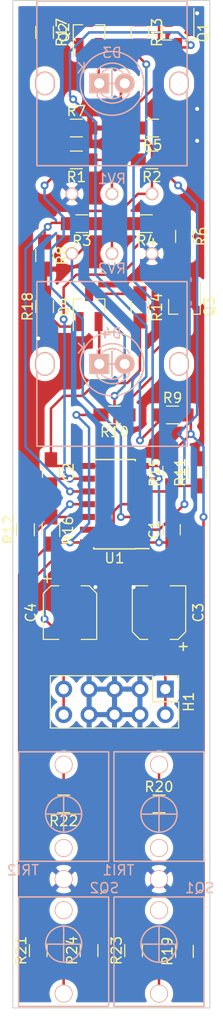
<source format=kicad_pcb>
(kicad_pcb (version 20171130) (host pcbnew "(5.1.6-0)")
  (layers (0 F.Cu signal) (31 B.Cu signal) (34 B.Paste user) (35 F.Paste user) (36 B.SilkS user) (37 F.SilkS user) (38 B.Mask user) (39 F.Mask user) (44 Edge.Cuts user))
  (net 0 "")
  (net 1 "Net-(C1-Pad1)")
  (net 2 "Net-(C1-Pad2)")
  (net 3 "Net-(C2-Pad1)")
  (net 4 "Net-(C2-Pad2)")
  (net 5 +12V)
  (net 6 "Net-(D3-Pad1)")
  (net 7 "Net-(D4-Pad1)")
  (net 8 -12V)
  (net 9 GND)
  (net 10 "Net-(Q1-Pad2)")
  (net 11 "Net-(Q1-Pad3)")
  (net 12 "Net-(Q2-Pad1)")
  (net 13 "Net-(Q2-Pad3)")
  (net 14 "Net-(Q3-Pad2)")
  (net 15 "Net-(Q3-Pad3)")
  (net 16 "Net-(Q4-Pad1)")
  (net 17 "Net-(Q4-Pad3)")
  (net 18 "Net-(R1-Pad1)")
  (net 19 "Net-(R1-Pad2)")
  (net 20 "Net-(R3-Pad1)")
  (net 21 "Net-(R3-Pad2)")
  (net 22 "Net-(R15-Pad2)")
  (net 23 "Net-(R10-Pad2)")
  (net 24 "Net-(R11-Pad1)")
  (net 25 "Net-(R12-Pad1)")
  (net 26 "Net-(R19-Pad1)")
  (net 27 "Net-(R20-Pad1)")
  (net 28 "Net-(R21-Pad1)")
  (net 29 "Net-(R22-Pad1)")
  (net 30 "Net-(SQ1-Pad2)")
  (net 31 "Net-(SQ2-Pad2)")
  (net 32 "Net-(TRI1-Pad2)")
  (net 33 "Net-(TRI2-Pad2)")
  (module Capacitors_SMD:CP_Elec_5x5.8 (layer F.Cu) (at 69.215 99.06 270)
    (fp_text reference C4 (at 0 3.92 90) (layer F.SilkS))
    (fp_text value 100u)
    (fp_text user + (at -3.38 2.35 90) (layer F.SilkS))
    (pad 1 smd rect (at -2.2 0 90) (size 3 1.6) (layers F.Cu F.Paste F.Mask) (net 9 GND))
    (pad 2 smd rect (at 2.2 0 90) (size 3 1.6) (layers F.Cu F.Paste F.Mask) (net 8 -12V))
  )
  (module Capacitors_SMD:CP_Elec_5x5.8 (layer F.Cu) (at 78.105 99.06 90)
    (fp_text reference C3 (at 0 3.92 90) (layer F.SilkS))
    (fp_text value 100u)
    (fp_text user + (at -3.38 2.35 90) (layer F.SilkS))
    (pad 1 smd rect (at -2.2 0 270) (size 3 1.6) (layers F.Cu F.Paste F.Mask) (net 5 +12V))
    (pad 2 smd rect (at 2.2 0 270) (size 3 1.6) (layers F.Cu F.Paste F.Mask) (net 9 GND))
  )
  (module Housings_SOIC:SOIC-14_3.9x8.7mm_Pitch1.27mm (layer F.Cu) (at 73.66 88.265 180)
    (fp_text reference U1 (at 0 -5.375) (layer F.SilkS))
    (fp_text value TL074)
    (pad 1 smd rect (at -2.7 -3.81 180) (size 1.5 0.6) (layers F.Cu F.Paste F.Mask) (net 1 "Net-(C1-Pad1)"))
    (pad 2 smd rect (at -2.7 -2.54 180) (size 1.5 0.6) (layers F.Cu F.Paste F.Mask) (net 2 "Net-(C1-Pad2)"))
    (pad 3 smd rect (at -2.7 -1.27 180) (size 1.5 0.6) (layers F.Cu F.Paste F.Mask) (net 19 "Net-(R1-Pad2)"))
    (pad 4 smd rect (at -2.7 0 180) (size 1.5 0.6) (layers F.Cu F.Paste F.Mask) (net 5 +12V))
    (pad 5 smd rect (at -2.7 1.27 180) (size 1.5 0.6) (layers F.Cu F.Paste F.Mask) (net 24 "Net-(R11-Pad1)"))
    (pad 6 smd rect (at -2.7 2.54 180) (size 1.5 0.6) (layers F.Cu F.Paste F.Mask) (net 1 "Net-(C1-Pad1)"))
    (pad 7 smd rect (at -2.7 3.81 180) (size 1.5 0.6) (layers F.Cu F.Paste F.Mask) (net 22 "Net-(R15-Pad2)"))
    (pad 8 smd rect (at 2.7 3.81 180) (size 1.5 0.6) (layers F.Cu F.Paste F.Mask) (net 3 "Net-(C2-Pad1)"))
    (pad 9 smd rect (at 2.7 2.54 180) (size 1.5 0.6) (layers F.Cu F.Paste F.Mask) (net 4 "Net-(C2-Pad2)"))
    (pad 10 smd rect (at 2.7 1.27 180) (size 1.5 0.6) (layers F.Cu F.Paste F.Mask) (net 21 "Net-(R3-Pad2)"))
    (pad 11 smd rect (at 2.7 0 180) (size 1.5 0.6) (layers F.Cu F.Paste F.Mask) (net 8 -12V))
    (pad 12 smd rect (at 2.7 -1.27 180) (size 1.5 0.6) (layers F.Cu F.Paste F.Mask) (net 25 "Net-(R12-Pad1)"))
    (pad 13 smd rect (at 2.7 -2.54 180) (size 1.5 0.6) (layers F.Cu F.Paste F.Mask) (net 3 "Net-(C2-Pad1)"))
    (pad 14 smd rect (at 2.7 -3.81 180) (size 1.5 0.6) (layers F.Cu F.Paste F.Mask) (net 23 "Net-(R10-Pad2)"))
  )
  (module Eurocad:PJ301M-12 (layer B.Cu) (at 68.58 119.126 180)
    (fp_text reference TRI2 (at 4.064 -5.588) (layer B.SilkS) (effects (justify mirror)))
    (fp_text value PJ301M-12)
    (pad 3 thru_hole circle (at 0 4.92 180) (size 1.8 1.8) (drill 1.6) (layers *.Cu *.Mask B.SilkS) (net 29 "Net-(R22-Pad1)"))
    (pad 1 thru_hole circle (at 0 -6.48 180) (size 1.8 1.8) (drill 1.6) (layers *.Cu *.Mask B.SilkS) (net 9 GND))
    (pad 2 thru_hole circle (at 0 -3.38 180) (size 1.8 1.8) (drill 1.6) (layers *.Cu *.Mask B.SilkS) (net 33 "Net-(TRI2-Pad2)"))
  )
  (module Eurocad:PJ301M-12 (layer B.Cu) (at 78.105 119.126 180)
    (fp_text reference TRI1 (at 4.064 -5.588) (layer B.SilkS) (effects (justify mirror)))
    (fp_text value PJ301M-12)
    (pad 3 thru_hole circle (at 0 4.92 180) (size 1.8 1.8) (drill 1.6) (layers *.Cu *.Mask B.SilkS) (net 27 "Net-(R20-Pad1)"))
    (pad 1 thru_hole circle (at 0 -6.48 180) (size 1.8 1.8) (drill 1.6) (layers *.Cu *.Mask B.SilkS) (net 9 GND))
    (pad 2 thru_hole circle (at 0 -3.38 180) (size 1.8 1.8) (drill 1.6) (layers *.Cu *.Mask B.SilkS) (net 32 "Net-(TRI1-Pad2)"))
  )
  (module Eurocad:PJ301M-12 (layer B.Cu) (at 68.58 132.08)
    (fp_text reference SQ2 (at 4.064 -5.588) (layer B.SilkS) (effects (justify mirror)))
    (fp_text value PJ301M-12)
    (pad 3 thru_hole circle (at 0 4.92) (size 1.8 1.8) (drill 1.6) (layers *.Cu *.Mask B.SilkS) (net 28 "Net-(R21-Pad1)"))
    (pad 1 thru_hole circle (at 0 -6.48) (size 1.8 1.8) (drill 1.6) (layers *.Cu *.Mask B.SilkS) (net 9 GND))
    (pad 2 thru_hole circle (at 0 -3.38) (size 1.8 1.8) (drill 1.6) (layers *.Cu *.Mask B.SilkS) (net 31 "Net-(SQ2-Pad2)"))
  )
  (module Eurocad:PJ301M-12 (layer B.Cu) (at 78.105 132.08)
    (fp_text reference SQ1 (at 4.064 -5.588) (layer B.SilkS) (effects (justify mirror)))
    (fp_text value PJ301M-12)
    (pad 3 thru_hole circle (at 0 4.92) (size 1.8 1.8) (drill 1.6) (layers *.Cu *.Mask B.SilkS) (net 26 "Net-(R19-Pad1)"))
    (pad 1 thru_hole circle (at 0 -6.48) (size 1.8 1.8) (drill 1.6) (layers *.Cu *.Mask B.SilkS) (net 9 GND))
    (pad 2 thru_hole circle (at 0 -3.38) (size 1.8 1.8) (drill 1.6) (layers *.Cu *.Mask B.SilkS) (net 30 "Net-(SQ1-Pad2)"))
  )
  (module Eurocad:Alpha14mmPot (layer B.Cu) (at 73.406 74.295)
    (fp_text reference RV2 (at 0 -9.5) (layer B.SilkS) (effects (justify mirror)))
    (fp_text value 100K)
    (pad "" thru_hole oval (at 6.7 0) (size 2 2.4) (drill oval 1.7 2.1) (layers *.Cu *.Mask B.SilkS))
    (pad "" thru_hole oval (at -6.7 0 180) (size 2 2.4) (drill oval 1.7 2.1) (layers *.Cu *.Mask B.SilkS))
    (pad 3 thru_hole circle (at 4 -11) (size 1.3 1.3) (drill 1) (layers *.Cu *.Mask B.SilkS) (net 9 GND))
    (pad 2 thru_hole circle (at 0 -11) (size 1.3 1.3) (drill 1) (layers *.Cu *.Mask B.SilkS) (net 20 "Net-(R3-Pad1)"))
    (pad 1 thru_hole circle (at -4 -11) (size 1.3 1.3) (drill 1) (layers *.Cu *.Mask B.SilkS) (net 5 +12V))
  )
  (module Eurocad:Alpha14mmPot (layer B.Cu) (at 73.406 46.355 180)
    (fp_text reference RV1 (at 0 -9.5) (layer B.SilkS) (effects (justify mirror)))
    (fp_text value 100K)
    (pad "" thru_hole oval (at 6.7 0 180) (size 2 2.4) (drill oval 1.7 2.1) (layers *.Cu *.Mask B.SilkS))
    (pad "" thru_hole oval (at -6.7 0) (size 2 2.4) (drill oval 1.7 2.1) (layers *.Cu *.Mask B.SilkS))
    (pad 3 thru_hole circle (at 4 -11 180) (size 1.3 1.3) (drill 1) (layers *.Cu *.Mask B.SilkS) (net 9 GND))
    (pad 2 thru_hole circle (at 0 -11 180) (size 1.3 1.3) (drill 1) (layers *.Cu *.Mask B.SilkS) (net 18 "Net-(R1-Pad1)"))
    (pad 1 thru_hole circle (at -4 -11 180) (size 1.3 1.3) (drill 1) (layers *.Cu *.Mask B.SilkS) (net 5 +12V))
  )
  (module Resistors_SMD:R_0805_HandSoldering (layer F.Cu) (at 71.12 132.715 90)
    (fp_text reference R24 (at 0 -1.7 90) (layer F.SilkS))
    (fp_text value 100K)
    (pad 1 smd rect (at -1.35 0 90) (size 1.5 1.3) (layers F.Cu F.Paste F.Mask) (net 28 "Net-(R21-Pad1)"))
    (pad 2 smd rect (at 1.35 0 90) (size 1.5 1.3) (layers F.Cu F.Paste F.Mask) (net 9 GND))
  )
  (module Resistors_SMD:R_0805_HandSoldering (layer F.Cu) (at 75.565 132.715 90)
    (fp_text reference R23 (at 0 -1.7 90) (layer F.SilkS))
    (fp_text value 100K)
    (pad 1 smd rect (at -1.35 0 90) (size 1.5 1.3) (layers F.Cu F.Paste F.Mask) (net 26 "Net-(R19-Pad1)"))
    (pad 2 smd rect (at 1.35 0 90) (size 1.5 1.3) (layers F.Cu F.Paste F.Mask) (net 9 GND))
  )
  (module Resistors_SMD:R_0805_HandSoldering (layer F.Cu) (at 68.58 118.11 180)
    (fp_text reference R22 (at 0 -1.7) (layer F.SilkS))
    (fp_text value 1K)
    (pad 1 smd rect (at -1.35 0 180) (size 1.5 1.3) (layers F.Cu F.Paste F.Mask) (net 29 "Net-(R22-Pad1)"))
    (pad 2 smd rect (at 1.35 0 180) (size 1.5 1.3) (layers F.Cu F.Paste F.Mask) (net 3 "Net-(C2-Pad1)"))
  )
  (module Resistors_SMD:R_0805_HandSoldering (layer F.Cu) (at 66.04 132.715 90)
    (fp_text reference R21 (at 0 -1.7 90) (layer F.SilkS))
    (fp_text value 100K)
    (pad 1 smd rect (at -1.35 0 90) (size 1.5 1.3) (layers F.Cu F.Paste F.Mask) (net 28 "Net-(R21-Pad1)"))
    (pad 2 smd rect (at 1.35 0 90) (size 1.5 1.3) (layers F.Cu F.Paste F.Mask) (net 23 "Net-(R10-Pad2)"))
  )
  (module Resistors_SMD:R_0805_HandSoldering (layer F.Cu) (at 78.105 118.11)
    (fp_text reference R20 (at 0 -1.7) (layer F.SilkS))
    (fp_text value 1K)
    (pad 1 smd rect (at -1.35 0) (size 1.5 1.3) (layers F.Cu F.Paste F.Mask) (net 27 "Net-(R20-Pad1)"))
    (pad 2 smd rect (at 1.35 0) (size 1.5 1.3) (layers F.Cu F.Paste F.Mask) (net 1 "Net-(C1-Pad1)"))
  )
  (module Resistors_SMD:R_0805_HandSoldering (layer F.Cu) (at 80.645 132.795 90)
    (fp_text reference R19 (at 0 -1.7 90) (layer F.SilkS))
    (fp_text value 100K)
    (pad 1 smd rect (at -1.35 0 90) (size 1.5 1.3) (layers F.Cu F.Paste F.Mask) (net 26 "Net-(R19-Pad1)"))
    (pad 2 smd rect (at 1.35 0 90) (size 1.5 1.3) (layers F.Cu F.Paste F.Mask) (net 22 "Net-(R15-Pad2)"))
  )
  (module Resistors_SMD:R_0805_HandSoldering (layer F.Cu) (at 66.675 68.58 90)
    (fp_text reference R18 (at 0 -1.7 90) (layer F.SilkS))
    (fp_text value 1K)
    (pad 1 smd rect (at -1.35 0 90) (size 1.5 1.3) (layers F.Cu F.Paste F.Mask) (net 16 "Net-(Q4-Pad1)"))
    (pad 2 smd rect (at 1.35 0 90) (size 1.5 1.3) (layers F.Cu F.Paste F.Mask) (net 9 GND))
  )
  (module Resistors_SMD:R_0805_HandSoldering (layer F.Cu) (at 66.675 41.275 270)
    (fp_text reference R17 (at 0 -1.7 90) (layer F.SilkS))
    (fp_text value 1K)
    (pad 1 smd rect (at -1.35 0 270) (size 1.5 1.3) (layers F.Cu F.Paste F.Mask) (net 12 "Net-(Q2-Pad1)"))
    (pad 2 smd rect (at 1.35 0 270) (size 1.5 1.3) (layers F.Cu F.Paste F.Mask) (net 9 GND))
  )
  (module Resistors_SMD:R_0805_HandSoldering (layer F.Cu) (at 67.31 90.885 270)
    (fp_text reference R16 (at 0 -1.7 90) (layer F.SilkS))
    (fp_text value 47K)
    (pad 1 smd rect (at -1.35 0 270) (size 1.5 1.3) (layers F.Cu F.Paste F.Mask) (net 25 "Net-(R12-Pad1)"))
    (pad 2 smd rect (at 1.35 0 270) (size 1.5 1.3) (layers F.Cu F.Paste F.Mask) (net 23 "Net-(R10-Pad2)"))
  )
  (module Resistors_SMD:R_0805_HandSoldering (layer F.Cu) (at 79.375 85.09 90)
    (fp_text reference R15 (at 0 -1.7 90) (layer F.SilkS))
    (fp_text value 47K)
    (pad 1 smd rect (at -1.35 0 90) (size 1.5 1.3) (layers F.Cu F.Paste F.Mask) (net 24 "Net-(R11-Pad1)"))
    (pad 2 smd rect (at 1.35 0 90) (size 1.5 1.3) (layers F.Cu F.Paste F.Mask) (net 22 "Net-(R15-Pad2)"))
  )
  (module Resistors_SMD:R_0805_HandSoldering (layer F.Cu) (at 76.2 68.66 270)
    (fp_text reference R14 (at 0 -1.7 90) (layer F.SilkS))
    (fp_text value 10K)
    (pad 1 smd rect (at -1.35 0 270) (size 1.5 1.3) (layers F.Cu F.Paste F.Mask) (net 17 "Net-(Q4-Pad3)"))
    (pad 2 smd rect (at 1.35 0 270) (size 1.5 1.3) (layers F.Cu F.Paste F.Mask) (net 3 "Net-(C2-Pad1)"))
  )
  (module Resistors_SMD:R_0805_HandSoldering (layer F.Cu) (at 76.2 41.275 270)
    (fp_text reference R13 (at 0 -1.7 90) (layer F.SilkS))
    (fp_text value 10K)
    (pad 1 smd rect (at -1.35 0 270) (size 1.5 1.3) (layers F.Cu F.Paste F.Mask) (net 13 "Net-(Q2-Pad3)"))
    (pad 2 smd rect (at 1.35 0 270) (size 1.5 1.3) (layers F.Cu F.Paste F.Mask) (net 1 "Net-(C1-Pad1)"))
  )
  (module Resistors_SMD:R_0805_HandSoldering (layer F.Cu) (at 64.77 90.805 90)
    (fp_text reference R12 (at 0 -1.7 90) (layer F.SilkS))
    (fp_text value 47K)
    (pad 1 smd rect (at -1.35 0 90) (size 1.5 1.3) (layers F.Cu F.Paste F.Mask) (net 25 "Net-(R12-Pad1)"))
    (pad 2 smd rect (at 1.35 0 90) (size 1.5 1.3) (layers F.Cu F.Paste F.Mask) (net 9 GND))
  )
  (module Resistors_SMD:R_0805_HandSoldering (layer F.Cu) (at 81.915 85.09 90)
    (fp_text reference R11 (at 0 -1.7 90) (layer F.SilkS))
    (fp_text value 47K)
    (pad 1 smd rect (at -1.35 0 90) (size 1.5 1.3) (layers F.Cu F.Paste F.Mask) (net 24 "Net-(R11-Pad1)"))
    (pad 2 smd rect (at 1.35 0 90) (size 1.5 1.3) (layers F.Cu F.Paste F.Mask) (net 9 GND))
  )
  (module Resistors_SMD:R_0805_HandSoldering (layer F.Cu) (at 73.66 79.375 180)
    (fp_text reference R10 (at 0 -1.7) (layer F.SilkS))
    (fp_text value 10K)
    (pad 1 smd rect (at -1.35 0 180) (size 1.5 1.3) (layers F.Cu F.Paste F.Mask) (net 15 "Net-(Q3-Pad3)"))
    (pad 2 smd rect (at 1.35 0 180) (size 1.5 1.3) (layers F.Cu F.Paste F.Mask) (net 23 "Net-(R10-Pad2)"))
  )
  (module Resistors_SMD:R_0805_HandSoldering (layer F.Cu) (at 79.455 79.375)
    (fp_text reference R9 (at 0 -1.7) (layer F.SilkS))
    (fp_text value 10K)
    (pad 1 smd rect (at -1.35 0) (size 1.5 1.3) (layers F.Cu F.Paste F.Mask) (net 11 "Net-(Q1-Pad3)"))
    (pad 2 smd rect (at 1.35 0) (size 1.5 1.3) (layers F.Cu F.Paste F.Mask) (net 22 "Net-(R15-Pad2)"))
  )
  (module Resistors_SMD:R_0805_HandSoldering (layer F.Cu) (at 66.675 63.5 270)
    (fp_text reference R8 (at 0 -1.7 90) (layer F.SilkS))
    (fp_text value 47K)
    (pad 1 smd rect (at -1.35 0 270) (size 1.5 1.3) (layers F.Cu F.Paste F.Mask) (net 21 "Net-(R3-Pad2)"))
    (pad 2 smd rect (at 1.35 0 270) (size 1.5 1.3) (layers F.Cu F.Paste F.Mask) (net 9 GND))
  )
  (module Resistors_SMD:R_0805_HandSoldering (layer F.Cu) (at 69.85 50.8)
    (fp_text reference R7 (at 0 -1.7) (layer F.SilkS))
    (fp_text value 47K)
    (pad 1 smd rect (at -1.35 0) (size 1.5 1.3) (layers F.Cu F.Paste F.Mask) (net 19 "Net-(R1-Pad2)"))
    (pad 2 smd rect (at 1.35 0) (size 1.5 1.3) (layers F.Cu F.Paste F.Mask) (net 9 GND))
  )
  (module Resistors_SMD:R_0805_HandSoldering (layer F.Cu) (at 80.645 61.595 270)
    (fp_text reference R6 (at 0 -1.7 90) (layer F.SilkS))
    (fp_text value 47K)
    (pad 1 smd rect (at -1.35 0 270) (size 1.5 1.3) (layers F.Cu F.Paste F.Mask) (net 4 "Net-(C2-Pad2)"))
    (pad 2 smd rect (at 1.35 0 270) (size 1.5 1.3) (layers F.Cu F.Paste F.Mask) (net 14 "Net-(Q3-Pad2)"))
  )
  (module Resistors_SMD:R_0805_HandSoldering (layer F.Cu) (at 77.47 50.8 180)
    (fp_text reference R5 (at 0 -1.7) (layer F.SilkS))
    (fp_text value 47K)
    (pad 1 smd rect (at -1.35 0 180) (size 1.5 1.3) (layers F.Cu F.Paste F.Mask) (net 2 "Net-(C1-Pad2)"))
    (pad 2 smd rect (at 1.35 0 180) (size 1.5 1.3) (layers F.Cu F.Paste F.Mask) (net 10 "Net-(Q1-Pad2)"))
  )
  (module Resistors_SMD:R_0805_HandSoldering (layer F.Cu) (at 76.835 60.325 180)
    (fp_text reference R4 (at 0 -1.7) (layer F.SilkS))
    (fp_text value 100K)
    (pad 1 smd rect (at -1.35 0 180) (size 1.5 1.3) (layers F.Cu F.Paste F.Mask) (net 4 "Net-(C2-Pad2)"))
    (pad 2 smd rect (at 1.35 0 180) (size 1.5 1.3) (layers F.Cu F.Paste F.Mask) (net 20 "Net-(R3-Pad1)"))
  )
  (module Resistors_SMD:R_0805_HandSoldering (layer F.Cu) (at 70.405 60.325 180)
    (fp_text reference R3 (at 0 -1.7) (layer F.SilkS))
    (fp_text value 47K)
    (pad 1 smd rect (at -1.35 0 180) (size 1.5 1.3) (layers F.Cu F.Paste F.Mask) (net 20 "Net-(R3-Pad1)"))
    (pad 2 smd rect (at 1.35 0 180) (size 1.5 1.3) (layers F.Cu F.Paste F.Mask) (net 21 "Net-(R3-Pad2)"))
  )
  (module Resistors_SMD:R_0805_HandSoldering (layer F.Cu) (at 77.39 53.975 180)
    (fp_text reference R2 (at 0 -1.7) (layer F.SilkS))
    (fp_text value 100K)
    (pad 1 smd rect (at -1.35 0 180) (size 1.5 1.3) (layers F.Cu F.Paste F.Mask) (net 2 "Net-(C1-Pad2)"))
    (pad 2 smd rect (at 1.35 0 180) (size 1.5 1.3) (layers F.Cu F.Paste F.Mask) (net 18 "Net-(R1-Pad1)"))
  )
  (module Resistors_SMD:R_0805_HandSoldering (layer F.Cu) (at 69.85 53.975 180)
    (fp_text reference R1 (at 0 -1.7) (layer F.SilkS))
    (fp_text value 47K)
    (pad 1 smd rect (at -1.35 0 180) (size 1.5 1.3) (layers F.Cu F.Paste F.Mask) (net 18 "Net-(R1-Pad1)"))
    (pad 2 smd rect (at 1.35 0 180) (size 1.5 1.3) (layers F.Cu F.Paste F.Mask) (net 19 "Net-(R1-Pad2)"))
  )
  (module TO_SOT_Packages_SMD:SOT-23_Handsoldering (layer F.Cu) (at 71.12 68.58 90)
    (fp_text reference Q4 (at 0 -2.5 90) (layer F.SilkS))
    (fp_text value 2N3904)
    (pad 1 smd rect (at -1.5 -0.95 90) (size 1.9 0.8) (layers F.Cu F.Paste F.Mask) (net 16 "Net-(Q4-Pad1)"))
    (pad 2 smd rect (at -1.5 0.95 90) (size 1.9 0.8) (layers F.Cu F.Paste F.Mask) (net 7 "Net-(D4-Pad1)"))
    (pad 3 smd rect (at 1.5 0 90) (size 1.9 0.8) (layers F.Cu F.Paste F.Mask) (net 17 "Net-(Q4-Pad3)"))
  )
  (module TO_SOT_Packages_SMD:SOT-23_Handsoldering (layer F.Cu) (at 80.645 68.58 270)
    (fp_text reference Q3 (at 0 -2.5 90) (layer F.SilkS))
    (fp_text value 2N3904)
    (pad 1 smd rect (at -1.5 -0.95 270) (size 1.9 0.8) (layers F.Cu F.Paste F.Mask) (net 9 GND))
    (pad 2 smd rect (at -1.5 0.95 270) (size 1.9 0.8) (layers F.Cu F.Paste F.Mask) (net 14 "Net-(Q3-Pad2)"))
    (pad 3 smd rect (at 1.5 0 270) (size 1.9 0.8) (layers F.Cu F.Paste F.Mask) (net 15 "Net-(Q3-Pad3)"))
  )
  (module TO_SOT_Packages_SMD:SOT-23_Handsoldering (layer F.Cu) (at 71.12 41.275 90)
    (fp_text reference Q2 (at 0 -2.5 90) (layer F.SilkS))
    (fp_text value 2N3904)
    (pad 1 smd rect (at -1.5 -0.95 90) (size 1.9 0.8) (layers F.Cu F.Paste F.Mask) (net 12 "Net-(Q2-Pad1)"))
    (pad 2 smd rect (at -1.5 0.95 90) (size 1.9 0.8) (layers F.Cu F.Paste F.Mask) (net 6 "Net-(D3-Pad1)"))
    (pad 3 smd rect (at 1.5 0 90) (size 1.9 0.8) (layers F.Cu F.Paste F.Mask) (net 13 "Net-(Q2-Pad3)"))
  )
  (module TO_SOT_Packages_SMD:SOT-23_Handsoldering (layer F.Cu) (at 80.01 41.275 270)
    (fp_text reference Q1 (at 0 -2.5 90) (layer F.SilkS))
    (fp_text value 2N3904)
    (pad 1 smd rect (at -1.5 -0.95 270) (size 1.9 0.8) (layers F.Cu F.Paste F.Mask) (net 9 GND))
    (pad 2 smd rect (at -1.5 0.95 270) (size 1.9 0.8) (layers F.Cu F.Paste F.Mask) (net 10 "Net-(Q1-Pad2)"))
    (pad 3 smd rect (at 1.5 0 270) (size 1.9 0.8) (layers F.Cu F.Paste F.Mask) (net 11 "Net-(Q1-Pad3)"))
  )
  (module Pin_Headers:Pin_Header_Straight_2x05_Pitch2.54mm (layer F.Cu) (at 78.74 106.68 270)
    (fp_text reference H1 (at 1.27 -2.33 90) (layer F.SilkS))
    (fp_text value PIN_HEADER_2x5)
    (pad 1 thru_hole rect (at 0 0 270) (size 1.7 1.7) (drill 1) (layers *.Cu *.Mask) (net 5 +12V))
    (pad 2 thru_hole oval (at 2.54 0 270) (size 1.7 1.7) (drill 1) (layers *.Cu *.Mask) (net 5 +12V))
    (pad 3 thru_hole oval (at 0 2.54 270) (size 1.7 1.7) (drill 1) (layers *.Cu *.Mask) (net 9 GND))
    (pad 4 thru_hole oval (at 2.54 2.54 270) (size 1.7 1.7) (drill 1) (layers *.Cu *.Mask) (net 9 GND))
    (pad 5 thru_hole oval (at 0 5.08 270) (size 1.7 1.7) (drill 1) (layers *.Cu *.Mask) (net 9 GND))
    (pad 6 thru_hole oval (at 2.54 5.08 270) (size 1.7 1.7) (drill 1) (layers *.Cu *.Mask) (net 9 GND))
    (pad 7 thru_hole oval (at 0 7.62 270) (size 1.7 1.7) (drill 1) (layers *.Cu *.Mask) (net 9 GND))
    (pad 8 thru_hole oval (at 2.54 7.62 270) (size 1.7 1.7) (drill 1) (layers *.Cu *.Mask) (net 9 GND))
    (pad 9 thru_hole oval (at 0 10.16 270) (size 1.7 1.7) (drill 1) (layers *.Cu *.Mask) (net 8 -12V))
    (pad 10 thru_hole oval (at 2.54 10.16 270) (size 1.7 1.7) (drill 1) (layers *.Cu *.Mask) (net 8 -12V))
  )
  (module Eurocad:LED3mm (layer B.Cu) (at 73.406 74.295)
    (fp_text reference D4 (at 0 -3.048) (layer B.SilkS) (effects (justify mirror)))
    (fp_text value LED)
    (fp_text user K (at -3.048 -1.524) (layer B.SilkS) (effects (justify mirror)))
    (pad 2 thru_hole circle (at 1.27 0) (size 2 2) (drill 1.00076) (layers *.Cu *.Mask B.SilkS) (net 5 +12V))
    (pad 1 thru_hole rect (at -1.27 0 270) (size 2 2) (drill 1.00076) (layers *.Cu *.Mask B.SilkS) (net 7 "Net-(D4-Pad1)"))
  )
  (module Eurocad:LED3mm (layer B.Cu) (at 73.406 46.355)
    (fp_text reference D3 (at 0 -3.048) (layer B.SilkS) (effects (justify mirror)))
    (fp_text value LED)
    (fp_text user K (at -3.048 -1.524) (layer B.SilkS) (effects (justify mirror)))
    (pad 2 thru_hole circle (at 1.27 0) (size 2 2) (drill 1.00076) (layers *.Cu *.Mask B.SilkS) (net 5 +12V))
    (pad 1 thru_hole rect (at -1.27 0 270) (size 2 2) (drill 1.00076) (layers *.Cu *.Mask B.SilkS) (net 6 "Net-(D3-Pad1)"))
  )
  (module Capacitors_SMD:C_0805_HandSoldering (layer F.Cu) (at 67.31 85.09 270)
    (fp_text reference C2 (at 0 -1.75 90) (layer F.SilkS))
    (fp_text value 470n)
    (pad 1 smd rect (at -1.25 0 270) (size 1.5 1.25) (layers F.Cu F.Paste F.Mask) (net 3 "Net-(C2-Pad1)"))
    (pad 2 smd rect (at 1.25 0 270) (size 1.5 1.25) (layers F.Cu F.Paste F.Mask) (net 4 "Net-(C2-Pad2)"))
  )
  (module Capacitors_SMD:C_0805_HandSoldering (layer F.Cu) (at 79.375 90.805 90)
    (fp_text reference C1 (at 0 -1.75 90) (layer F.SilkS))
    (fp_text value 100n)
    (pad 1 smd rect (at -1.25 0 90) (size 1.5 1.25) (layers F.Cu F.Paste F.Mask) (net 1 "Net-(C1-Pad1)"))
    (pad 2 smd rect (at 1.25 0 90) (size 1.5 1.25) (layers F.Cu F.Paste F.Mask) (net 2 "Net-(C1-Pad2)"))
  )
  (gr_line (start 63.5 138.43) (end 63.5 38.1) (layer Edge.Cuts) (width 0.1))
  (gr_line (start 83.185 138.43) (end 63.5 138.43) (layer Edge.Cuts) (width 0.1))
  (gr_line (start 83.185 38.1) (end 83.185 138.43) (layer Edge.Cuts) (width 0.1))
  (gr_line (start 63.5 38.1) (end 83.185 38.1) (layer Edge.Cuts) (width 0.1))
  (segment (start 79.355 92.075) (end 79.375 92.055) (width 0.25) (layer F.Cu) (net 1))
  (segment (start 76.36 92.075) (end 78.105 92.075) (width 0.25) (layer F.Cu) (net 1))
  (segment (start 81.28 116.285) (end 79.455 118.11) (width 0.25) (layer F.Cu) (net 1))
  (segment (start 81.28 93.96) (end 81.28 116.285) (width 0.25) (layer F.Cu) (net 1))
  (segment (start 79.375 92.055) (end 81.28 93.96) (width 0.25) (layer F.Cu) (net 1))
  (segment (start 76.2 42.625) (end 76.2 43.815) (width 0.25) (layer F.Cu) (net 1))
  (segment (start 76.2 43.815) (end 76.835 44.45) (width 0.25) (layer F.Cu) (net 1))
  (segment (start 76.835 44.45) (end 76.835 44.45) (width 0.25) (layer F.Cu) (net 1))
  (via (at 76.835 44.45) (size 0.8) (drill 0.4) (layers F.Cu B.Cu) (net 1))
  (segment (start 78.105 92.075) (end 79.355 92.075) (width 0.25) (layer F.Cu) (net 1))
  (via (at 78.105 92.075) (size 0.8) (drill 0.4) (layers F.Cu B.Cu) (net 1))
  (segment (start 78.105 92.075) (end 78.105 85.725) (width 0.25) (layer B.Cu) (net 1))
  (segment (start 75.565 66.04) (end 75.565 54.61) (width 0.25) (layer B.Cu) (net 1))
  (segment (start 76.835 53.34) (end 76.835 44.45) (width 0.25) (layer B.Cu) (net 1))
  (segment (start 75.565 54.61) (end 76.835 53.34) (width 0.25) (layer B.Cu) (net 1))
  (segment (start 76.36 85.725) (end 77.47 85.725) (width 0.25) (layer F.Cu) (net 1))
  (via (at 78.105 85.725) (size 0.8) (drill 0.4) (layers F.Cu B.Cu) (net 1))
  (segment (start 77.47 85.725) (end 78.105 85.725) (width 0.25) (layer F.Cu) (net 1))
  (segment (start 78.105 85.725) (end 77.47 85.09) (width 0.25) (layer B.Cu) (net 1))
  (segment (start 77.47 85.09) (end 77.47 67.945) (width 0.25) (layer B.Cu) (net 1))
  (segment (start 77.47 67.945) (end 75.565 66.04) (width 0.25) (layer B.Cu) (net 1))
  (segment (start 78.125 90.805) (end 79.375 89.555) (width 0.25) (layer F.Cu) (net 2))
  (segment (start 76.36 90.805) (end 78.125 90.805) (width 0.25) (layer F.Cu) (net 2))
  (segment (start 78.74 50.88) (end 78.82 50.8) (width 0.25) (layer F.Cu) (net 2))
  (segment (start 78.74 53.975) (end 78.74 50.88) (width 0.25) (layer F.Cu) (net 2))
  (segment (start 79.375 89.555) (end 79.375 89.535) (width 0.25) (layer F.Cu) (net 2))
  (segment (start 79.375 89.535) (end 80.645 88.265) (width 0.25) (layer F.Cu) (net 2))
  (segment (start 80.645 88.265) (end 80.645 88.265) (width 0.25) (layer F.Cu) (net 2))
  (via (at 80.645 88.265) (size 0.8) (drill 0.4) (layers F.Cu B.Cu) (net 2))
  (segment (start 78.74 53.975) (end 78.74 55.245) (width 0.25) (layer F.Cu) (net 2))
  (segment (start 78.74 55.245) (end 80.01 56.515) (width 0.25) (layer F.Cu) (net 2))
  (segment (start 80.01 56.515) (end 80.01 56.515) (width 0.25) (layer F.Cu) (net 2))
  (via (at 80.01 56.515) (size 0.8) (drill 0.4) (layers F.Cu B.Cu) (net 2))
  (segment (start 81.915 79.375) (end 81.915 58.42) (width 0.25) (layer B.Cu) (net 2))
  (segment (start 80.01 81.28) (end 81.915 79.375) (width 0.25) (layer B.Cu) (net 2))
  (segment (start 81.915 58.42) (end 80.01 56.515) (width 0.25) (layer B.Cu) (net 2))
  (segment (start 80.645 81.915) (end 80.01 81.28) (width 0.25) (layer B.Cu) (net 2))
  (segment (start 80.645 88.265) (end 80.645 81.915) (width 0.25) (layer B.Cu) (net 2))
  (segment (start 71.96 90.805) (end 70.96 90.805) (width 0.25) (layer F.Cu) (net 3))
  (segment (start 73.025 91.87) (end 71.96 90.805) (width 0.25) (layer F.Cu) (net 3))
  (segment (start 73.025 92.71) (end 73.025 91.87) (width 0.25) (layer F.Cu) (net 3))
  (segment (start 71.755 93.98) (end 73.025 92.71) (width 0.25) (layer F.Cu) (net 3))
  (segment (start 67.31 93.98) (end 71.755 93.98) (width 0.25) (layer F.Cu) (net 3))
  (segment (start 65.405 95.885) (end 67.31 93.98) (width 0.25) (layer F.Cu) (net 3))
  (segment (start 67.925 84.455) (end 67.31 83.84) (width 0.25) (layer F.Cu) (net 3))
  (segment (start 70.96 84.455) (end 67.925 84.455) (width 0.25) (layer F.Cu) (net 3))
  (segment (start 65.405 116.285) (end 67.23 118.11) (width 0.25) (layer F.Cu) (net 3))
  (segment (start 65.405 95.885) (end 65.405 116.285) (width 0.25) (layer F.Cu) (net 3))
  (segment (start 73.025 84.455) (end 71.755 84.455) (width 0.25) (layer F.Cu) (net 3))
  (segment (start 71.755 84.455) (end 70.96 84.455) (width 0.25) (layer F.Cu) (net 3))
  (segment (start 73.025 89.74) (end 73.025 84.455) (width 0.25) (layer F.Cu) (net 3))
  (segment (start 71.96 90.805) (end 73.025 89.74) (width 0.25) (layer F.Cu) (net 3))
  (segment (start 68.58 77.47) (end 67.31 78.74) (width 0.25) (layer F.Cu) (net 3))
  (segment (start 67.31 78.74) (end 67.31 83.84) (width 0.25) (layer F.Cu) (net 3))
  (segment (start 71.755 76.2) (end 70.485 77.47) (width 0.25) (layer F.Cu) (net 3))
  (segment (start 74.93 76.2) (end 71.755 76.2) (width 0.25) (layer F.Cu) (net 3))
  (segment (start 76.2 74.93) (end 74.93 76.2) (width 0.25) (layer F.Cu) (net 3))
  (segment (start 76.2 70.01) (end 76.2 74.93) (width 0.25) (layer F.Cu) (net 3))
  (segment (start 70.485 77.47) (end 68.58 77.47) (width 0.25) (layer F.Cu) (net 3))
  (segment (start 67.925 85.725) (end 67.31 86.34) (width 0.25) (layer F.Cu) (net 4))
  (segment (start 70.96 85.725) (end 69.215 85.725) (width 0.25) (layer F.Cu) (net 4))
  (segment (start 78.9 60.245) (end 78.82 60.325) (width 0.25) (layer F.Cu) (net 4))
  (segment (start 80.565 60.325) (end 80.645 60.245) (width 0.25) (layer F.Cu) (net 4))
  (segment (start 78.185 60.325) (end 80.565 60.325) (width 0.25) (layer F.Cu) (net 4))
  (segment (start 69.215 85.725) (end 67.925 85.725) (width 0.25) (layer F.Cu) (net 4))
  (via (at 69.215 85.725) (size 0.8) (drill 0.4) (layers F.Cu B.Cu) (net 4))
  (segment (start 78.185 60.325) (end 78.105 60.325) (width 0.25) (layer F.Cu) (net 4))
  (segment (start 78.105 60.325) (end 76.835 61.595) (width 0.25) (layer F.Cu) (net 4))
  (segment (start 76.835 61.595) (end 75.565 62.865) (width 0.25) (layer F.Cu) (net 4))
  (segment (start 75.565 62.865) (end 75.565 64.135) (width 0.25) (layer F.Cu) (net 4))
  (segment (start 75.565 64.135) (end 74.295 65.405) (width 0.25) (layer F.Cu) (net 4))
  (segment (start 74.295 65.405) (end 69.85 65.405) (width 0.25) (layer F.Cu) (net 4))
  (segment (start 69.85 65.405) (end 69.215 66.04) (width 0.25) (layer F.Cu) (net 4))
  (segment (start 69.215 66.04) (end 68.58 66.675) (width 0.25) (layer F.Cu) (net 4))
  (segment (start 68.58 66.675) (end 68.58 67.310002) (width 0.25) (layer F.Cu) (net 4))
  (segment (start 68.58 67.310002) (end 68.58 69.85) (width 0.25) (layer F.Cu) (net 4))
  (segment (start 68.58 69.85) (end 68.58 69.85) (width 0.25) (layer F.Cu) (net 4))
  (via (at 68.58 69.85) (size 0.8) (drill 0.4) (layers F.Cu B.Cu) (net 4))
  (segment (start 68.670001 85.180001) (end 69.215 85.725) (width 0.25) (layer B.Cu) (net 4))
  (segment (start 68.670001 69.940001) (end 68.670001 85.180001) (width 0.25) (layer B.Cu) (net 4))
  (segment (start 68.58 69.85) (end 68.670001 69.940001) (width 0.25) (layer B.Cu) (net 4))
  (segment (start 78.74 101.895) (end 78.105 101.26) (width 0.25) (layer F.Cu) (net 5))
  (segment (start 78.74 106.68) (end 78.74 101.895) (width 0.25) (layer F.Cu) (net 5))
  (segment (start 74.295 81.28) (end 73.934999 80.919999) (width 0.25) (layer F.Cu) (net 5))
  (segment (start 76.36 88.265) (end 74.295 88.265) (width 0.25) (layer F.Cu) (net 5))
  (segment (start 74.295 88.265) (end 74.295 81.28) (width 0.25) (layer F.Cu) (net 5))
  (segment (start 74.295 46.736) (end 74.676 46.355) (width 0.25) (layer F.Cu) (net 5))
  (segment (start 74.295 52.07) (end 74.295 46.736) (width 0.25) (layer F.Cu) (net 5))
  (segment (start 76.835 52.07) (end 74.295 52.07) (width 0.25) (layer F.Cu) (net 5))
  (segment (start 77.406 52.641) (end 76.835 52.07) (width 0.25) (layer F.Cu) (net 5))
  (segment (start 77.406 57.355) (end 77.406 52.641) (width 0.25) (layer F.Cu) (net 5))
  (segment (start 78.74 109.22) (end 78.74 106.68) (width 0.25) (layer F.Cu) (net 5))
  (segment (start 74.676 74.295) (end 74.676 71.501) (width 0.25) (layer B.Cu) (net 5))
  (segment (start 69.406 66.231) (end 69.406 63.295) (width 0.25) (layer B.Cu) (net 5))
  (segment (start 74.676 71.501) (end 69.406 66.231) (width 0.25) (layer B.Cu) (net 5))
  (segment (start 76.495 101.26) (end 78.105 101.26) (width 0.25) (layer F.Cu) (net 5))
  (segment (start 73.569999 98.334999) (end 76.495 101.26) (width 0.25) (layer F.Cu) (net 5))
  (segment (start 73.569999 88.990001) (end 73.569999 98.334999) (width 0.25) (layer F.Cu) (net 5))
  (segment (start 74.295 88.265) (end 73.569999 88.990001) (width 0.25) (layer F.Cu) (net 5))
  (segment (start 70.485 59.055) (end 70.485 62.851) (width 0.25) (layer F.Cu) (net 5))
  (segment (start 74.295 59.055) (end 70.485 59.055) (width 0.25) (layer F.Cu) (net 5))
  (segment (start 75.995 57.355) (end 74.295 59.055) (width 0.25) (layer F.Cu) (net 5))
  (segment (start 77.406 57.355) (end 75.995 57.355) (width 0.25) (layer F.Cu) (net 5))
  (segment (start 70.041 63.295) (end 70.485 62.851) (width 0.25) (layer F.Cu) (net 5))
  (segment (start 69.406 63.295) (end 70.041 63.295) (width 0.25) (layer F.Cu) (net 5))
  (segment (start 73.934999 80.919999) (end 73.66 80.645) (width 0.25) (layer F.Cu) (net 5))
  (segment (start 73.66 80.645) (end 73.66 78.105) (width 0.25) (layer F.Cu) (net 5))
  (segment (start 73.66 78.105) (end 73.66 77.47) (width 0.25) (layer F.Cu) (net 5))
  (segment (start 73.66 77.47) (end 73.66 77.47) (width 0.25) (layer F.Cu) (net 5))
  (via (at 73.66 77.47) (size 0.8) (drill 0.4) (layers F.Cu B.Cu) (net 5))
  (segment (start 74.676 76.454) (end 73.66 77.47) (width 0.25) (layer B.Cu) (net 5))
  (segment (start 74.676 74.295) (end 74.676 76.454) (width 0.25) (layer B.Cu) (net 5))
  (segment (start 72.07 46.289) (end 72.136 46.355) (width 0.25) (layer F.Cu) (net 6))
  (segment (start 72.07 42.775) (end 72.07 46.289) (width 0.25) (layer F.Cu) (net 6))
  (segment (start 72.136 70.146) (end 72.07 70.08) (width 0.25) (layer F.Cu) (net 7))
  (segment (start 72.136 74.295) (end 72.136 70.146) (width 0.25) (layer F.Cu) (net 7))
  (segment (start 68.58 101.895) (end 69.215 101.26) (width 0.25) (layer F.Cu) (net 8))
  (segment (start 68.58 106.68) (end 68.58 101.895) (width 0.25) (layer F.Cu) (net 8))
  (segment (start 68.58 109.22) (end 68.58 106.68) (width 0.25) (layer F.Cu) (net 8))
  (segment (start 69.215 101.26) (end 68.24 101.26) (width 0.25) (layer F.Cu) (net 8))
  (segment (start 68.24 101.26) (end 66.675 99.695) (width 0.25) (layer F.Cu) (net 8))
  (segment (start 66.675 99.695) (end 66.675 99.695) (width 0.25) (layer F.Cu) (net 8))
  (via (at 66.675 99.695) (size 0.8) (drill 0.4) (layers F.Cu B.Cu) (net 8))
  (segment (start 70.96 88.265) (end 69.215 88.265) (width 0.25) (layer F.Cu) (net 8))
  (segment (start 69.215 88.265) (end 69.215 88.265) (width 0.25) (layer F.Cu) (net 8))
  (via (at 69.215 88.265) (size 0.8) (drill 0.4) (layers F.Cu B.Cu) (net 8))
  (segment (start 66.675 90.805) (end 69.215 88.265) (width 0.25) (layer B.Cu) (net 8))
  (segment (start 66.675 99.695) (end 66.675 90.805) (width 0.25) (layer B.Cu) (net 8))
  (via (at 81.915 39.37) (size 0.8) (drill 0.4) (layers F.Cu B.Cu) (net 9))
  (via (at 81.915 48.895) (size 0.8) (drill 0.4) (layers F.Cu B.Cu) (net 9))
  (via (at 81.915 52.07) (size 0.8) (drill 0.4) (layers F.Cu B.Cu) (net 9))
  (via (at 71.755 96.52) (size 0.8) (drill 0.4) (layers F.Cu B.Cu) (net 9))
  (via (at 75.565 96.52) (size 0.8) (drill 0.4) (layers F.Cu B.Cu) (net 9))
  (via (at 66.04 71.755) (size 0.8) (drill 0.4) (layers F.Cu B.Cu) (net 9))
  (segment (start 78.105 40.73) (end 79.06 39.775) (width 0.25) (layer F.Cu) (net 10))
  (segment (start 78.105 46.282153) (end 78.105 40.73) (width 0.25) (layer F.Cu) (net 10))
  (segment (start 76.12 48.267153) (end 78.105 46.282153) (width 0.25) (layer F.Cu) (net 10))
  (segment (start 76.12 50.8) (end 76.12 48.267153) (width 0.25) (layer F.Cu) (net 10))
  (segment (start 78.105 79.375) (end 78.105 80.01) (width 0.25) (layer F.Cu) (net 11))
  (segment (start 78.105 80.01) (end 76.2 81.915) (width 0.25) (layer F.Cu) (net 11))
  (segment (start 76.2 81.915) (end 76.2 81.915) (width 0.25) (layer F.Cu) (net 11))
  (via (at 76.2 81.915) (size 0.8) (drill 0.4) (layers F.Cu B.Cu) (net 11))
  (segment (start 71.12 41.275) (end 80.01 41.275) (width 0.25) (layer B.Cu) (net 11))
  (segment (start 69.215 43.18) (end 71.12 41.275) (width 0.25) (layer B.Cu) (net 11))
  (segment (start 69.215 47.625) (end 69.215 43.18) (width 0.25) (layer B.Cu) (net 11))
  (segment (start 71.755 50.165) (end 69.5325 47.9425) (width 0.25) (layer B.Cu) (net 11))
  (segment (start 71.755 65.405) (end 71.755 50.165) (width 0.25) (layer B.Cu) (net 11))
  (segment (start 76.2 76.2) (end 76.835 75.565) (width 0.25) (layer B.Cu) (net 11))
  (segment (start 76.835 70.485) (end 71.755 65.405) (width 0.25) (layer B.Cu) (net 11))
  (segment (start 76.835 75.565) (end 76.835 70.485) (width 0.25) (layer B.Cu) (net 11))
  (segment (start 76.2 81.915) (end 76.2 76.2) (width 0.25) (layer B.Cu) (net 11))
  (segment (start 69.5325 47.9425) (end 69.215 47.625) (width 0.25) (layer B.Cu) (net 11))
  (via (at 69.5325 47.9425) (size 0.8) (drill 0.4) (layers F.Cu B.Cu) (net 11))
  (segment (start 80.01 42.775) (end 81.05 42.775) (width 0.25) (layer F.Cu) (net 11))
  (segment (start 81.05 42.775) (end 81.28 42.545) (width 0.25) (layer F.Cu) (net 11))
  (segment (start 81.28 42.545) (end 81.28 42.545) (width 0.25) (layer F.Cu) (net 11))
  (via (at 81.28 42.545) (size 0.8) (drill 0.4) (layers F.Cu B.Cu) (net 11))
  (segment (start 81.28 42.545) (end 80.01 41.275) (width 0.25) (layer B.Cu) (net 11))
  (segment (start 67.32 39.925) (end 70.17 42.775) (width 0.25) (layer F.Cu) (net 12))
  (segment (start 66.675 39.925) (end 67.32 39.925) (width 0.25) (layer F.Cu) (net 12))
  (segment (start 76.05 39.775) (end 76.2 39.925) (width 0.25) (layer F.Cu) (net 13))
  (segment (start 71.12 39.775) (end 76.05 39.775) (width 0.25) (layer F.Cu) (net 13))
  (segment (start 79.695 63.895) (end 80.645 62.945) (width 0.25) (layer F.Cu) (net 14))
  (segment (start 79.695 67.08) (end 79.695 63.895) (width 0.25) (layer F.Cu) (net 14))
  (segment (start 75.01 79.375) (end 75.01 78.025) (width 0.25) (layer F.Cu) (net 15))
  (segment (start 75.01 78.025) (end 77.47 75.565) (width 0.25) (layer F.Cu) (net 15))
  (segment (start 77.47 73.255) (end 80.645 70.08) (width 0.25) (layer F.Cu) (net 15))
  (segment (start 77.47 75.565) (end 77.47 73.255) (width 0.25) (layer F.Cu) (net 15))
  (segment (start 70.02 69.93) (end 70.17 70.08) (width 0.25) (layer F.Cu) (net 16))
  (segment (start 69.674999 70.575001) (end 70.17 70.08) (width 0.25) (layer F.Cu) (net 16))
  (segment (start 68.220001 70.575001) (end 69.674999 70.575001) (width 0.25) (layer F.Cu) (net 16))
  (segment (start 67.575 69.93) (end 68.220001 70.575001) (width 0.25) (layer F.Cu) (net 16))
  (segment (start 66.675 69.93) (end 67.575 69.93) (width 0.25) (layer F.Cu) (net 16))
  (segment (start 71.35 67.31) (end 71.12 67.08) (width 0.25) (layer F.Cu) (net 17))
  (segment (start 76.2 67.31) (end 71.35 67.31) (width 0.25) (layer F.Cu) (net 17))
  (segment (start 73.406 54.356) (end 73.025 53.975) (width 0.25) (layer F.Cu) (net 18))
  (segment (start 73.406 57.355) (end 73.406 54.356) (width 0.25) (layer F.Cu) (net 18))
  (segment (start 73.025 53.975) (end 76.04 53.975) (width 0.25) (layer F.Cu) (net 18))
  (segment (start 71.2 53.975) (end 73.025 53.975) (width 0.25) (layer F.Cu) (net 18))
  (segment (start 68.5 50.8) (end 68.5 53.975) (width 0.25) (layer F.Cu) (net 19))
  (segment (start 76.36 89.535) (end 74.295 89.535) (width 0.25) (layer F.Cu) (net 19))
  (segment (start 74.295 89.535) (end 74.295 89.535) (width 0.25) (layer F.Cu) (net 19))
  (via (at 74.295 89.535) (size 0.8) (drill 0.4) (layers F.Cu B.Cu) (net 19))
  (segment (start 68.5 53.975) (end 68.5 54.69) (width 0.25) (layer F.Cu) (net 19))
  (segment (start 68.5 54.69) (end 66.675 56.515) (width 0.25) (layer F.Cu) (net 19))
  (segment (start 66.675 56.515) (end 66.675 56.515) (width 0.25) (layer F.Cu) (net 19))
  (via (at 66.675 56.515) (size 0.8) (drill 0.4) (layers F.Cu B.Cu) (net 19))
  (segment (start 68.58 59.69) (end 66.675 57.785) (width 0.25) (layer B.Cu) (net 19))
  (segment (start 67.31 62.865) (end 68.58 61.595) (width 0.25) (layer B.Cu) (net 19))
  (segment (start 68.58 61.595) (end 68.58 59.69) (width 0.25) (layer B.Cu) (net 19))
  (segment (start 70.485 69.85) (end 67.31 66.675) (width 0.25) (layer B.Cu) (net 19))
  (segment (start 70.485 77.47) (end 70.485 69.85) (width 0.25) (layer B.Cu) (net 19))
  (segment (start 74.295 89.535) (end 74.295 81.28) (width 0.25) (layer B.Cu) (net 19))
  (segment (start 67.31 66.675) (end 67.31 62.865) (width 0.25) (layer B.Cu) (net 19))
  (segment (start 66.675 57.785) (end 66.675 56.515) (width 0.25) (layer B.Cu) (net 19))
  (segment (start 74.295 81.28) (end 70.485 77.47) (width 0.25) (layer B.Cu) (net 19))
  (segment (start 73.406 63.295) (end 73.406 60.706) (width 0.25) (layer F.Cu) (net 20))
  (segment (start 73.406 60.706) (end 73.025 60.325) (width 0.25) (layer F.Cu) (net 20))
  (segment (start 72.39 60.325) (end 75.485 60.325) (width 0.25) (layer F.Cu) (net 20))
  (segment (start 71.2 60.325) (end 73.025 60.325) (width 0.25) (layer F.Cu) (net 20))
  (segment (start 68.42 60.245) (end 68.5 60.325) (width 0.25) (layer F.Cu) (net 21))
  (segment (start 67.39 60.245) (end 68.42 60.245) (width 0.25) (layer F.Cu) (net 21))
  (segment (start 66.675 62.15) (end 66.675 60.96) (width 0.25) (layer F.Cu) (net 21))
  (segment (start 66.675 60.96) (end 66.9925 60.6425) (width 0.25) (layer F.Cu) (net 21))
  (segment (start 70.96 86.995) (end 69.215 86.995) (width 0.25) (layer F.Cu) (net 21))
  (segment (start 69.215 86.995) (end 69.215 86.995) (width 0.25) (layer F.Cu) (net 21))
  (via (at 69.215 86.995) (size 0.8) (drill 0.4) (layers F.Cu B.Cu) (net 21))
  (segment (start 66.9925 60.6425) (end 67.31 60.325) (width 0.25) (layer F.Cu) (net 21))
  (via (at 66.9925 60.6425) (size 0.8) (drill 0.4) (layers F.Cu B.Cu) (net 21))
  (segment (start 69.215 86.995) (end 64.77 82.55) (width 0.25) (layer B.Cu) (net 21))
  (segment (start 64.77 62.865) (end 66.9925 60.6425) (width 0.25) (layer B.Cu) (net 21))
  (segment (start 64.77 82.55) (end 64.77 62.865) (width 0.25) (layer B.Cu) (net 21))
  (segment (start 78.66 84.455) (end 79.375 83.74) (width 0.25) (layer F.Cu) (net 22))
  (segment (start 76.36 84.455) (end 78.66 84.455) (width 0.25) (layer F.Cu) (net 22))
  (segment (start 79.375 83.74) (end 79.375 83.185) (width 0.25) (layer F.Cu) (net 22))
  (segment (start 81.28 81.28) (end 81.28 79.375) (width 0.25) (layer F.Cu) (net 22))
  (segment (start 79.375 83.185) (end 80.645 81.915) (width 0.25) (layer F.Cu) (net 22))
  (segment (start 80.645 131.445) (end 80.645 129.54) (width 0.25) (layer F.Cu) (net 22))
  (segment (start 80.645 129.54) (end 81.730009 128.454991) (width 0.25) (layer F.Cu) (net 22))
  (segment (start 81.730009 128.454991) (end 82.55 127.635) (width 0.25) (layer F.Cu) (net 22))
  (segment (start 82.55 127.635) (end 82.55 89.535) (width 0.25) (layer F.Cu) (net 22))
  (segment (start 82.55 89.535) (end 82.55 89.535) (width 0.25) (layer F.Cu) (net 22))
  (via (at 82.55 89.535) (size 0.8) (drill 0.4) (layers F.Cu B.Cu) (net 22))
  (segment (start 80.645 81.915) (end 81.28 81.28) (width 0.25) (layer F.Cu) (net 22))
  (segment (start 82.55 89.535) (end 82.55 83.82) (width 0.25) (layer B.Cu) (net 22))
  (segment (start 82.55 83.82) (end 82.55 82.55) (width 0.25) (layer B.Cu) (net 22))
  (segment (start 82.55 82.55) (end 81.28 81.28) (width 0.25) (layer B.Cu) (net 22))
  (segment (start 81.28 81.28) (end 81.28 81.28) (width 0.25) (layer B.Cu) (net 22))
  (via (at 81.28 81.28) (size 0.8) (drill 0.4) (layers F.Cu B.Cu) (net 22))
  (segment (start 67.47 92.075) (end 67.31 92.235) (width 0.25) (layer F.Cu) (net 23))
  (segment (start 70.96 92.075) (end 69.215 92.075) (width 0.25) (layer F.Cu) (net 23))
  (segment (start 67.15 92.235) (end 67.31 92.235) (width 0.25) (layer F.Cu) (net 23))
  (segment (start 64.135 95.25) (end 67.15 92.235) (width 0.25) (layer F.Cu) (net 23))
  (segment (start 65.96 131.365) (end 64.135 129.54) (width 0.25) (layer F.Cu) (net 23))
  (segment (start 64.135 129.54) (end 64.135 95.25) (width 0.25) (layer F.Cu) (net 23))
  (segment (start 66.04 131.365) (end 65.96 131.365) (width 0.25) (layer F.Cu) (net 23))
  (segment (start 69.215 92.075) (end 67.47 92.075) (width 0.25) (layer F.Cu) (net 23))
  (via (at 69.215 92.075) (size 0.8) (drill 0.4) (layers F.Cu B.Cu) (net 23))
  (segment (start 72.31 79.375) (end 69.85 79.375) (width 0.25) (layer F.Cu) (net 23))
  (segment (start 69.85 79.375) (end 69.85 79.375) (width 0.25) (layer F.Cu) (net 23))
  (via (at 69.85 79.375) (size 0.8) (drill 0.4) (layers F.Cu B.Cu) (net 23))
  (segment (start 69.215 92.075) (end 71.12 90.17) (width 0.25) (layer B.Cu) (net 23))
  (segment (start 71.12 80.645) (end 69.85 79.375) (width 0.25) (layer B.Cu) (net 23))
  (segment (start 71.12 90.17) (end 71.12 80.645) (width 0.25) (layer B.Cu) (net 23))
  (segment (start 78.82 86.995) (end 79.375 86.44) (width 0.25) (layer F.Cu) (net 24))
  (segment (start 76.36 86.995) (end 78.82 86.995) (width 0.25) (layer F.Cu) (net 24))
  (segment (start 79.375 86.44) (end 81.915 86.44) (width 0.25) (layer F.Cu) (net 24))
  (segment (start 70.96 89.535) (end 67.31 89.535) (width 0.25) (layer F.Cu) (net 25))
  (segment (start 64.69 92.075) (end 64.77 92.155) (width 0.25) (layer F.Cu) (net 25))
  (segment (start 64.77 92.075) (end 67.31 89.535) (width 0.25) (layer F.Cu) (net 25))
  (segment (start 64.77 92.155) (end 64.77 92.075) (width 0.25) (layer F.Cu) (net 25))
  (segment (start 80.565 134.065) (end 80.645 134.145) (width 0.25) (layer F.Cu) (net 26))
  (segment (start 78.105 134.145) (end 78.025 134.065) (width 0.25) (layer F.Cu) (net 26))
  (segment (start 78.105 137) (end 78.105 134.145) (width 0.25) (layer F.Cu) (net 26))
  (segment (start 78.025 134.065) (end 80.565 134.065) (width 0.25) (layer F.Cu) (net 26))
  (segment (start 75.565 134.065) (end 78.025 134.065) (width 0.25) (layer F.Cu) (net 26))
  (segment (start 76.755 117.555) (end 78.105 116.205) (width 0.25) (layer F.Cu) (net 27))
  (segment (start 76.755 118.11) (end 76.755 117.555) (width 0.25) (layer F.Cu) (net 27))
  (segment (start 78.105 116.205) (end 78.105 114.206) (width 0.25) (layer F.Cu) (net 27))
  (segment (start 78.105 116.285) (end 78.105 116.205) (width 0.25) (layer F.Cu) (net 27))
  (segment (start 68.58 134.145) (end 68.5 134.065) (width 0.25) (layer F.Cu) (net 28))
  (segment (start 68.5 134.065) (end 71.12 134.065) (width 0.25) (layer F.Cu) (net 28))
  (segment (start 68.58 137) (end 68.58 134.145) (width 0.25) (layer F.Cu) (net 28))
  (segment (start 66.04 134.065) (end 68.5 134.065) (width 0.25) (layer F.Cu) (net 28))
  (segment (start 69.93 117.555) (end 68.58 116.205) (width 0.25) (layer F.Cu) (net 29))
  (segment (start 69.93 118.11) (end 69.93 117.555) (width 0.25) (layer F.Cu) (net 29))
  (segment (start 68.58 116.205) (end 68.58 114.206) (width 0.25) (layer F.Cu) (net 29))
  (segment (start 68.58 116.285) (end 68.58 116.205) (width 0.25) (layer F.Cu) (net 29))
  (zone (net 9) (net_name GND) (layer F.Cu) (connect_pads (clearance 0.508)) (min_thickness 0.254) (fill yes (arc_segments 32) (thermal_gap 0.508) (thermal_bridge_width 0.508))
    (polygon (pts (xy 83.185 138.43) (xy 63.5 138.43) (xy 63.5 38.1) (xy 83.185 38.1)))
  )
  (zone (net 9) (net_name GND) (layer B.Cu) (connect_pads (clearance 0.508)) (min_thickness 0.254) (fill yes (arc_segments 32) (thermal_gap 0.508) (thermal_bridge_width 0.508))
    (polygon (pts (xy 83.185 138.43) (xy 63.5 138.43) (xy 63.5 38.1) (xy 83.185 38.1)))
  )
)
</source>
